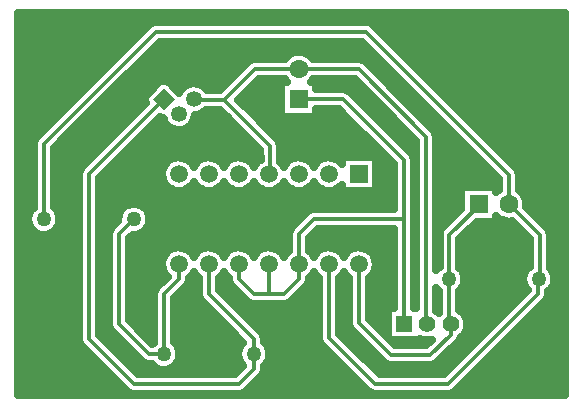
<source format=gtl>
G04 DipTrace 2.4.0.2*
%INTop.gtl*%
%MOIN*%
%ADD13C,0.013*%
%ADD14C,0.025*%
%ADD15R,0.0591X0.0591*%
%ADD16C,0.0591*%
%ADD17C,0.05*%
%ADD18C,0.05*%
%ADD19C,0.063*%
%ADD20R,0.063X0.063*%
%ADD21R,0.0551X0.0551*%
%ADD22C,0.0551*%
%ADD23C,0.0531*%
%FSLAX44Y44*%
G04*
G70*
G90*
G75*
G01*
%LNTop*%
%LPD*%
X13440Y8440D2*
D13*
Y7940D1*
X12940Y7440D1*
X12440D1*
Y8440D1*
Y7440D2*
X11940D1*
X11440Y7940D1*
Y8440D1*
X13440D2*
Y9440D1*
X13940Y9940D1*
X16940D1*
Y6440D1*
Y9940D2*
Y11905D1*
X14905Y13941D1*
X13441D1*
X13440Y13940D1*
X9440Y8440D2*
Y7940D1*
X8940Y7440D1*
Y5440D1*
X11940D2*
Y5940D1*
X10440Y7440D1*
Y8440D1*
X8940Y5440D2*
X8440D1*
X7440Y6440D1*
Y9440D1*
X7940Y9940D1*
X18440Y7940D2*
Y6515D1*
X18515Y6440D1*
X19440Y10440D2*
Y10393D1*
X18459Y9412D1*
Y7959D1*
X18440Y7940D1*
X15440Y8440D2*
Y6486D1*
X16524Y5403D1*
X17826D1*
X18510Y6086D1*
Y6435D1*
X18515Y6440D1*
X11940Y5440D2*
Y4940D1*
X11440Y4440D1*
X7940D1*
X6440Y5940D1*
Y11440D1*
X8940Y13940D1*
X17727Y6440D2*
X17689D1*
Y12691D1*
X15440Y14940D1*
X13440D1*
X11970D1*
X10958Y13928D1*
X9952D1*
X9940Y13940D1*
X10958Y13928D2*
X12489Y12398D1*
Y11489D1*
X12440Y11440D1*
X20440Y10440D2*
Y11428D1*
X15676Y16192D1*
X8681D1*
X4937Y12448D1*
Y9943D1*
X4940Y9940D1*
X20440Y10440D2*
X20454D1*
X21469Y9425D1*
Y7969D1*
X21440Y7940D1*
X14440Y8440D2*
Y5994D1*
X15992Y4441D1*
X18408D1*
X21419Y7452D1*
Y7919D1*
X21440Y7940D1*
X4090Y16566D2*
D14*
X22292D1*
X4090Y16318D2*
X8315D1*
X16041D2*
X22292D1*
X4090Y16069D2*
X8065D1*
X16291D2*
X22292D1*
X4090Y15820D2*
X7819D1*
X8799D2*
X15558D1*
X16541D2*
X22292D1*
X4090Y15572D2*
X7569D1*
X8553D2*
X15804D1*
X16787D2*
X22292D1*
X4090Y15323D2*
X7319D1*
X8303D2*
X12979D1*
X13901D2*
X16054D1*
X17037D2*
X22292D1*
X4090Y15074D2*
X7073D1*
X8053D2*
X11612D1*
X15799D2*
X16304D1*
X17287D2*
X22292D1*
X4090Y14825D2*
X6823D1*
X7807D2*
X11362D1*
X16045D2*
X16550D1*
X17533D2*
X22292D1*
X4090Y14577D2*
X6573D1*
X7557D2*
X11116D1*
X12100D2*
X12964D1*
X13916D2*
X15311D1*
X16295D2*
X16800D1*
X17783D2*
X22292D1*
X4090Y14328D2*
X6327D1*
X7307D2*
X8573D1*
X9307D2*
X9554D1*
X10326D2*
X10866D1*
X11850D2*
X12835D1*
X14045D2*
X15561D1*
X16545D2*
X17050D1*
X18033D2*
X22292D1*
X4090Y14079D2*
X6077D1*
X7061D2*
X8335D1*
X11600D2*
X12835D1*
X15256D2*
X15808D1*
X16791D2*
X17296D1*
X18279D2*
X22292D1*
X4090Y13831D2*
X5827D1*
X6811D2*
X8319D1*
X11545D2*
X12835D1*
X15506D2*
X16058D1*
X17041D2*
X17546D1*
X18529D2*
X22292D1*
X4090Y13582D2*
X5581D1*
X6561D2*
X8089D1*
X10358D2*
X10811D1*
X11795D2*
X12835D1*
X14045D2*
X14772D1*
X15756D2*
X16308D1*
X17291D2*
X17796D1*
X18779D2*
X22292D1*
X4090Y13333D2*
X5331D1*
X6315D2*
X7843D1*
X9986D2*
X11061D1*
X12045D2*
X15022D1*
X16002D2*
X16554D1*
X17537D2*
X18042D1*
X19026D2*
X22292D1*
X4090Y13085D2*
X5081D1*
X6065D2*
X7593D1*
X8576D2*
X9022D1*
X9858D2*
X11311D1*
X12291D2*
X15269D1*
X16252D2*
X16804D1*
X17787D2*
X18292D1*
X19276D2*
X22292D1*
X4090Y12836D2*
X4835D1*
X5815D2*
X7343D1*
X8326D2*
X11558D1*
X12541D2*
X15519D1*
X16502D2*
X17054D1*
X18010D2*
X18542D1*
X19526D2*
X22292D1*
X4090Y12587D2*
X4612D1*
X5569D2*
X7097D1*
X8080D2*
X11808D1*
X12783D2*
X15765D1*
X16748D2*
X17300D1*
X18045D2*
X18788D1*
X19772D2*
X22292D1*
X4090Y12339D2*
X4581D1*
X5319D2*
X6847D1*
X7830D2*
X12058D1*
X12842D2*
X16015D1*
X16998D2*
X17335D1*
X18045D2*
X19038D1*
X20022D2*
X22292D1*
X4090Y12090D2*
X4581D1*
X5291D2*
X6597D1*
X7580D2*
X12132D1*
X12842D2*
X16265D1*
X17236D2*
X17333D1*
X18045D2*
X19288D1*
X20272D2*
X22292D1*
X4090Y11841D2*
X4581D1*
X5291D2*
X6351D1*
X7334D2*
X9022D1*
X9858D2*
X10022D1*
X10858D2*
X11022D1*
X11858D2*
X12022D1*
X12858D2*
X13022D1*
X13858D2*
X14022D1*
X16026D2*
X16511D1*
X18045D2*
X19534D1*
X20518D2*
X22292D1*
X4090Y11593D2*
X4581D1*
X5291D2*
X6124D1*
X7084D2*
X8878D1*
X16026D2*
X16585D1*
X18045D2*
X19784D1*
X20752D2*
X22292D1*
X4090Y11344D2*
X4581D1*
X5291D2*
X6085D1*
X6834D2*
X8862D1*
X16026D2*
X16585D1*
X18045D2*
X20034D1*
X20795D2*
X22292D1*
X4090Y11095D2*
X4581D1*
X5291D2*
X6085D1*
X6795D2*
X8972D1*
X16026D2*
X16585D1*
X18045D2*
X20085D1*
X20795D2*
X22292D1*
X4090Y10846D2*
X4581D1*
X5291D2*
X6085D1*
X6795D2*
X16585D1*
X18045D2*
X18835D1*
X20877D2*
X22292D1*
X4090Y10598D2*
X4581D1*
X5291D2*
X6085D1*
X6795D2*
X16585D1*
X18045D2*
X18835D1*
X21022D2*
X22292D1*
X4090Y10349D2*
X4581D1*
X5291D2*
X6085D1*
X6795D2*
X7601D1*
X8279D2*
X16585D1*
X18045D2*
X18835D1*
X21037D2*
X22292D1*
X4090Y10100D2*
X4425D1*
X5455D2*
X6085D1*
X6795D2*
X7425D1*
X8455D2*
X13608D1*
X18045D2*
X18655D1*
X21287D2*
X22292D1*
X4090Y9852D2*
X4409D1*
X5471D2*
X6085D1*
X6795D2*
X7358D1*
X8471D2*
X13358D1*
X18045D2*
X18405D1*
X19389D2*
X20550D1*
X21533D2*
X22292D1*
X4090Y9603D2*
X4526D1*
X5354D2*
X6085D1*
X6795D2*
X7128D1*
X8354D2*
X13128D1*
X14096D2*
X16585D1*
X18045D2*
X18162D1*
X19143D2*
X20800D1*
X21772D2*
X22292D1*
X4090Y9354D2*
X6085D1*
X6795D2*
X7085D1*
X7846D2*
X13085D1*
X13846D2*
X16585D1*
X18893D2*
X21050D1*
X21822D2*
X22292D1*
X4090Y9106D2*
X6085D1*
X6795D2*
X7085D1*
X7795D2*
X13085D1*
X13795D2*
X16585D1*
X18815D2*
X21116D1*
X21822D2*
X22292D1*
X4090Y8857D2*
X6085D1*
X6795D2*
X7085D1*
X7795D2*
X9042D1*
X9838D2*
X10042D1*
X10838D2*
X11042D1*
X11838D2*
X12042D1*
X12838D2*
X13042D1*
X13838D2*
X14042D1*
X14838D2*
X15042D1*
X15838D2*
X16585D1*
X18815D2*
X21116D1*
X21822D2*
X22292D1*
X4090Y8608D2*
X6085D1*
X6795D2*
X7085D1*
X7795D2*
X8882D1*
X15998D2*
X16585D1*
X18815D2*
X21116D1*
X21822D2*
X22292D1*
X4090Y8360D2*
X6085D1*
X6795D2*
X7085D1*
X7795D2*
X8862D1*
X16018D2*
X16585D1*
X18815D2*
X21116D1*
X21822D2*
X22292D1*
X4090Y8111D2*
X6085D1*
X6795D2*
X7085D1*
X7795D2*
X8960D1*
X15920D2*
X16585D1*
X18951D2*
X20929D1*
X21951D2*
X22292D1*
X4090Y7862D2*
X6085D1*
X6795D2*
X7085D1*
X7795D2*
X8870D1*
X9787D2*
X10085D1*
X10795D2*
X11093D1*
X13787D2*
X14085D1*
X14795D2*
X15085D1*
X15795D2*
X16585D1*
X18975D2*
X20905D1*
X21975D2*
X22292D1*
X4090Y7614D2*
X6085D1*
X6795D2*
X7085D1*
X7795D2*
X8636D1*
X9604D2*
X10085D1*
X10795D2*
X11276D1*
X13604D2*
X14085D1*
X14795D2*
X15085D1*
X15795D2*
X16585D1*
X18861D2*
X21019D1*
X21861D2*
X22292D1*
X4090Y7365D2*
X6085D1*
X6795D2*
X7085D1*
X7795D2*
X8585D1*
X9358D2*
X10093D1*
X11006D2*
X11522D1*
X13358D2*
X14085D1*
X14795D2*
X15085D1*
X15795D2*
X16585D1*
X18795D2*
X20839D1*
X21764D2*
X22292D1*
X4090Y7116D2*
X6085D1*
X6795D2*
X7085D1*
X7795D2*
X8585D1*
X9295D2*
X10272D1*
X11256D2*
X11851D1*
X13029D2*
X14085D1*
X14795D2*
X15085D1*
X15795D2*
X16585D1*
X18795D2*
X20593D1*
X21576D2*
X22292D1*
X4090Y6867D2*
X6085D1*
X6795D2*
X7085D1*
X7795D2*
X8585D1*
X9295D2*
X10522D1*
X11502D2*
X14085D1*
X14795D2*
X15085D1*
X15795D2*
X16374D1*
X18869D2*
X20343D1*
X21326D2*
X22292D1*
X4090Y6619D2*
X6085D1*
X6795D2*
X7085D1*
X7795D2*
X8585D1*
X9295D2*
X10769D1*
X11752D2*
X14085D1*
X14795D2*
X15085D1*
X15799D2*
X16374D1*
X19049D2*
X20093D1*
X21076D2*
X22292D1*
X4090Y6370D2*
X6085D1*
X6795D2*
X7093D1*
X8002D2*
X8585D1*
X9295D2*
X11019D1*
X12002D2*
X14085D1*
X14795D2*
X15104D1*
X16049D2*
X16374D1*
X19076D2*
X19847D1*
X20830D2*
X22292D1*
X4090Y6121D2*
X6085D1*
X6795D2*
X7269D1*
X8248D2*
X8585D1*
X9295D2*
X11269D1*
X12240D2*
X14085D1*
X14803D2*
X15311D1*
X16295D2*
X16375D1*
X18975D2*
X19597D1*
X20580D2*
X22292D1*
X4090Y5873D2*
X6093D1*
X6998D2*
X7515D1*
X8498D2*
X8587D1*
X9295D2*
X11515D1*
X12295D2*
X14108D1*
X15053D2*
X15561D1*
X16545D2*
X17804D1*
X18787D2*
X19347D1*
X20330D2*
X22292D1*
X4090Y5624D2*
X6265D1*
X7248D2*
X7765D1*
X9447D2*
X11433D1*
X12447D2*
X14319D1*
X15303D2*
X15811D1*
X18541D2*
X19101D1*
X20084D2*
X22292D1*
X4090Y5375D2*
X6515D1*
X7494D2*
X8015D1*
X9475D2*
X11405D1*
X12475D2*
X14565D1*
X15549D2*
X16058D1*
X18291D2*
X18851D1*
X19834D2*
X22292D1*
X4090Y5127D2*
X6761D1*
X7744D2*
X8311D1*
X9373D2*
X11507D1*
X12373D2*
X14815D1*
X15799D2*
X16319D1*
X18033D2*
X18601D1*
X19584D2*
X22292D1*
X4090Y4878D2*
X7011D1*
X7994D2*
X11386D1*
X12287D2*
X15065D1*
X16049D2*
X18354D1*
X19338D2*
X22292D1*
X4090Y4629D2*
X7261D1*
X12119D2*
X15311D1*
X19088D2*
X22292D1*
X4090Y4381D2*
X7507D1*
X11873D2*
X15561D1*
X18838D2*
X22292D1*
X4090Y4132D2*
X7796D1*
X11584D2*
X15854D1*
X18549D2*
X22292D1*
X15005Y12000D2*
X16000D1*
Y10880D1*
X14880D1*
X14879Y11092D1*
X14792Y11004D1*
X14686Y10937D1*
X14569Y10895D1*
X14445Y10880D1*
X14321Y10893D1*
X14203Y10932D1*
X14096Y10997D1*
X14007Y11084D1*
X13941Y11186D1*
X13879Y11092D1*
X13792Y11004D1*
X13686Y10937D1*
X13569Y10895D1*
X13445Y10880D1*
X13321Y10893D1*
X13203Y10932D1*
X13096Y10997D1*
X13007Y11084D1*
X12941Y11186D1*
X12879Y11092D1*
X12792Y11004D1*
X12686Y10937D1*
X12569Y10895D1*
X12445Y10880D1*
X12321Y10893D1*
X12203Y10932D1*
X12096Y10997D1*
X12007Y11084D1*
X11941Y11186D1*
X11879Y11092D1*
X11792Y11004D1*
X11686Y10937D1*
X11569Y10895D1*
X11445Y10880D1*
X11321Y10893D1*
X11203Y10932D1*
X11096Y10997D1*
X11007Y11084D1*
X10941Y11186D1*
X10879Y11092D1*
X10792Y11004D1*
X10686Y10937D1*
X10569Y10895D1*
X10445Y10880D1*
X10321Y10893D1*
X10203Y10932D1*
X10096Y10997D1*
X10007Y11084D1*
X9941Y11186D1*
X9879Y11092D1*
X9792Y11004D1*
X9686Y10937D1*
X9569Y10895D1*
X9445Y10880D1*
X9321Y10893D1*
X9203Y10932D1*
X9096Y10997D1*
X9007Y11084D1*
X8939Y11189D1*
X8896Y11306D1*
X8880Y11430D1*
X8891Y11554D1*
X8930Y11673D1*
X8994Y11780D1*
X9081Y11870D1*
X9185Y11939D1*
X9301Y11983D1*
X9425Y12000D1*
X9549Y11990D1*
X9668Y11952D1*
X9776Y11889D1*
X9867Y11803D1*
X9941Y11689D1*
X9994Y11780D1*
X10081Y11870D1*
X10185Y11939D1*
X10301Y11983D1*
X10425Y12000D1*
X10549Y11990D1*
X10668Y11952D1*
X10776Y11889D1*
X10867Y11803D1*
X10941Y11689D1*
X10994Y11780D1*
X11081Y11870D1*
X11185Y11939D1*
X11301Y11983D1*
X11425Y12000D1*
X11549Y11990D1*
X11668Y11952D1*
X11776Y11889D1*
X11867Y11803D1*
X11941Y11689D1*
X11994Y11780D1*
X12081Y11870D1*
X12162Y11924D1*
X12159Y12258D1*
X10822Y13598D1*
X10344Y13595D1*
X10252Y13511D1*
X10143Y13450D1*
X10023Y13416D1*
X9973Y13414D1*
X9956Y13316D1*
X9913Y13199D1*
X9844Y13095D1*
X9752Y13011D1*
X9643Y12950D1*
X9523Y12916D1*
X9399Y12911D1*
X9276Y12935D1*
X9163Y12987D1*
X9065Y13064D1*
X8988Y13162D1*
X8935Y13275D1*
X8927Y13317D1*
X8817Y13351D1*
X6767Y11301D1*
X6770Y9190D1*
Y6077D1*
X8079Y4767D1*
X9940Y4770D1*
X11303D1*
X11591Y5057D1*
X11481Y5206D1*
X11438Y5323D1*
X11425Y5447D1*
X11442Y5571D1*
X11488Y5687D1*
X11560Y5788D1*
X11593Y5816D1*
X10911Y6502D1*
X10207Y7207D1*
X10137Y7310D1*
X10110Y7440D1*
Y7991D1*
X10007Y8084D1*
X9941Y8186D1*
X9879Y8092D1*
X9769Y7989D1*
X9770Y7940D1*
X9747Y7818D1*
X9673Y7707D1*
X9267Y7301D1*
X9270Y5835D1*
X9334Y5772D1*
X9402Y5668D1*
X9443Y5550D1*
X9455Y5440D1*
X9440Y5316D1*
X9396Y5200D1*
X9324Y5097D1*
X9231Y5015D1*
X9120Y4958D1*
X8999Y4928D1*
X8874Y4929D1*
X8753Y4960D1*
X8643Y5019D1*
X8544Y5112D1*
X8440Y5110D1*
X8318Y5133D1*
X8207Y5207D1*
X7207Y6207D1*
X7137Y6310D1*
X7110Y6440D1*
Y9440D1*
X7133Y9562D1*
X7207Y9673D1*
X7425Y9892D1*
X7442Y10071D1*
X7488Y10187D1*
X7560Y10288D1*
X7655Y10369D1*
X7767Y10425D1*
X7888Y10452D1*
X8013Y10450D1*
X8133Y10417D1*
X8242Y10357D1*
X8334Y10272D1*
X8402Y10168D1*
X8443Y10050D1*
X8455Y9940D1*
X8440Y9816D1*
X8396Y9700D1*
X8324Y9597D1*
X8231Y9515D1*
X8120Y9458D1*
X7999Y9428D1*
X7894Y9429D1*
X7767Y9301D1*
X7770Y7565D1*
Y6577D1*
X8560Y5788D1*
X8611Y5831D1*
X8610Y7440D1*
X8633Y7562D1*
X8707Y7673D1*
X9063Y8030D1*
X9007Y8084D1*
X8939Y8189D1*
X8896Y8306D1*
X8880Y8430D1*
X8891Y8554D1*
X8930Y8673D1*
X8994Y8780D1*
X9081Y8870D1*
X9185Y8939D1*
X9301Y8983D1*
X9425Y9000D1*
X9549Y8990D1*
X9668Y8952D1*
X9776Y8889D1*
X9867Y8803D1*
X9941Y8689D1*
X9994Y8780D1*
X10081Y8870D1*
X10185Y8939D1*
X10301Y8983D1*
X10425Y9000D1*
X10549Y8990D1*
X10668Y8952D1*
X10776Y8889D1*
X10867Y8803D1*
X10941Y8689D1*
X10994Y8780D1*
X11081Y8870D1*
X11185Y8939D1*
X11301Y8983D1*
X11425Y9000D1*
X11549Y8990D1*
X11668Y8952D1*
X11776Y8889D1*
X11867Y8803D1*
X11941Y8689D1*
X11994Y8780D1*
X12081Y8870D1*
X12185Y8939D1*
X12301Y8983D1*
X12425Y9000D1*
X12549Y8990D1*
X12668Y8952D1*
X12776Y8889D1*
X12867Y8803D1*
X12941Y8689D1*
X12994Y8780D1*
X13110Y8889D1*
Y9440D1*
X13133Y9562D1*
X13207Y9673D1*
X13707Y10173D1*
X13810Y10243D1*
X13940Y10270D1*
X16608D1*
X16610Y11772D1*
X15027Y13351D1*
X14770Y13608D1*
X14018Y13611D1*
X14020Y13360D1*
X12860D1*
Y14520D1*
X13044D1*
X12964Y14613D1*
X12190Y14610D1*
X12108D1*
X11427Y13931D1*
X11810Y13543D1*
X12722Y12631D1*
X12792Y12528D1*
X12819Y12398D1*
Y11855D1*
X12867Y11803D1*
X12941Y11689D1*
X12994Y11780D1*
X13081Y11870D1*
X13185Y11939D1*
X13301Y11983D1*
X13425Y12000D1*
X13549Y11990D1*
X13668Y11952D1*
X13776Y11889D1*
X13867Y11803D1*
X13941Y11689D1*
X13994Y11780D1*
X14081Y11870D1*
X14185Y11939D1*
X14301Y11983D1*
X14425Y12000D1*
X14549Y11990D1*
X14668Y11952D1*
X14776Y11889D1*
X14882Y11781D1*
X14880Y12000D1*
X15005D1*
X10939Y8188D2*
X10879Y8092D1*
X10769Y7989D1*
X10770Y7577D1*
X12173Y6173D1*
X12243Y6070D1*
X12270Y5940D1*
Y5835D1*
X12334Y5772D1*
X12402Y5668D1*
X12443Y5550D1*
X12455Y5440D1*
X12440Y5316D1*
X12396Y5200D1*
X12324Y5097D1*
X12269Y5048D1*
X12270Y4940D1*
X12247Y4818D1*
X12173Y4707D1*
X11673Y4207D1*
X11570Y4137D1*
X11440Y4110D1*
X7940D1*
X7818Y4133D1*
X7707Y4207D1*
X6207Y5707D1*
X6137Y5810D1*
X6110Y5940D1*
Y11440D1*
X6133Y11562D1*
X6207Y11673D1*
X8349Y13820D1*
X8321Y13941D1*
X8350Y14061D1*
X8398Y14127D1*
X8753Y14482D1*
X8858Y14546D1*
X8982Y14556D1*
X9099Y14506D1*
X9456Y14153D1*
X9510Y14251D1*
X9595Y14343D1*
X9698Y14412D1*
X9815Y14456D1*
X9939Y14471D1*
X10063Y14456D1*
X10180Y14413D1*
X10284Y14344D1*
X10366Y14256D1*
X10823Y14258D1*
X11737Y15173D1*
X11839Y15243D1*
X11970Y15270D1*
X12966D1*
X13011Y15330D1*
X13104Y15413D1*
X13213Y15474D1*
X13333Y15510D1*
X13457Y15520D1*
X13581Y15503D1*
X13698Y15460D1*
X13803Y15392D1*
X13891Y15304D1*
X13914Y15268D1*
X15440Y15270D1*
X15562Y15247D1*
X15673Y15173D1*
X17922Y12925D1*
X17992Y12822D1*
X18019Y12691D1*
Y8234D1*
X18060Y8288D1*
X18128Y8346D1*
X18129Y9412D1*
X18152Y9534D1*
X18226Y9646D1*
X18858Y10278D1*
X18860Y11020D1*
X20020D1*
Y10836D1*
X20108Y10915D1*
X20110Y11295D1*
X18881Y12521D1*
X15541Y15860D1*
X11426Y15862D1*
X8821D1*
X5821Y12865D1*
X5266Y12310D1*
X5267Y10335D1*
X5334Y10272D1*
X5402Y10168D1*
X5443Y10050D1*
X5455Y9940D1*
X5440Y9816D1*
X5396Y9700D1*
X5324Y9597D1*
X5231Y9515D1*
X5120Y9458D1*
X4999Y9428D1*
X4874Y9429D1*
X4753Y9460D1*
X4643Y9519D1*
X4551Y9603D1*
X4481Y9706D1*
X4438Y9823D1*
X4425Y9947D1*
X4442Y10071D1*
X4488Y10187D1*
X4560Y10288D1*
X4605Y10326D1*
X4607Y12448D1*
X4631Y12570D1*
X4704Y12681D1*
X8448Y16426D1*
X8551Y16495D1*
X8681Y16522D1*
X15676D1*
X15798Y16499D1*
X15909Y16426D1*
X20673Y11662D1*
X20743Y11559D1*
X20770Y11428D1*
Y10917D1*
X20891Y10804D1*
X20959Y10699D1*
X21002Y10583D1*
X21020Y10440D1*
X21010Y10351D1*
X21703Y9658D1*
X21772Y9556D1*
X21799Y9425D1*
Y8312D1*
X21902Y8168D1*
X21943Y8050D1*
X21955Y7940D1*
X21940Y7816D1*
X21896Y7700D1*
X21824Y7597D1*
X21751Y7533D1*
X21749Y7452D1*
X21725Y7330D1*
X21652Y7218D1*
X18642Y4208D1*
X18539Y4138D1*
X18408Y4111D1*
X15992D1*
X15870Y4135D1*
X15759Y4208D1*
X14207Y5760D1*
X14137Y5863D1*
X14110Y5994D1*
Y7990D1*
X14007Y8084D1*
X13941Y8186D1*
X13879Y8092D1*
X13769Y7989D1*
X13770Y7940D1*
X13747Y7818D1*
X13673Y7707D1*
X13173Y7207D1*
X13070Y7137D1*
X12940Y7110D1*
X11940D1*
X11818Y7133D1*
X11707Y7207D1*
X11207Y7707D1*
X11137Y7810D1*
X11110Y7940D1*
Y7991D1*
X11007Y8084D1*
X10941Y8186D1*
X13772Y8891D2*
X13867Y8803D1*
X13941Y8689D1*
X13994Y8780D1*
X14081Y8870D1*
X14185Y8939D1*
X14301Y8983D1*
X14425Y9000D1*
X14549Y8990D1*
X14668Y8952D1*
X14776Y8889D1*
X14867Y8803D1*
X14941Y8689D1*
X14994Y8780D1*
X15081Y8870D1*
X15185Y8939D1*
X15301Y8983D1*
X15425Y9000D1*
X15549Y8990D1*
X15668Y8952D1*
X15776Y8889D1*
X15867Y8803D1*
X15936Y8700D1*
X15982Y8584D1*
X16000Y8440D1*
X15986Y8316D1*
X15945Y8198D1*
X15879Y8092D1*
X15769Y7989D1*
X15770Y6624D1*
X16400Y5993D1*
X16399Y6981D1*
X16606D1*
X16610Y7690D1*
Y9608D1*
X14440Y9610D1*
X14077D1*
X13767Y9301D1*
X13770Y8889D1*
X14939Y8188D2*
X14879Y8092D1*
X14769Y7989D1*
X14770Y6131D1*
X16129Y4771D1*
X18270D1*
X21078Y7578D1*
X21051Y7603D1*
X20981Y7706D1*
X20938Y7823D1*
X20925Y7947D1*
X20942Y8071D1*
X20988Y8187D1*
X21060Y8288D1*
X21140Y8356D1*
X21139Y9286D1*
X20554Y9874D1*
X20476Y9861D1*
X20351Y9867D1*
X20231Y9899D1*
X20120Y9956D1*
X20022Y10039D1*
X20020Y9860D1*
X19375D1*
X18787Y9274D1*
X18789Y8315D1*
X18834Y8272D1*
X18902Y8168D1*
X18943Y8050D1*
X18955Y7940D1*
X18940Y7816D1*
X18896Y7700D1*
X18824Y7597D1*
X18769Y7548D1*
X18770Y6913D1*
X18823Y6884D1*
X18916Y6802D1*
X18989Y6700D1*
X19036Y6585D1*
X19055Y6440D1*
X19041Y6316D1*
X18999Y6199D1*
X18930Y6094D1*
X18830Y6002D1*
X18767Y5880D1*
X18060Y5169D1*
X17957Y5100D1*
X17826Y5073D1*
X16524D1*
X16402Y5096D1*
X16290Y5169D1*
X15207Y6253D1*
X15137Y6356D1*
X15110Y6486D1*
Y7990D1*
X15007Y8084D1*
X14941Y8186D1*
X13913Y14607D2*
X13836Y14520D1*
X14020D1*
Y14274D1*
X14691Y14271D1*
X14905D1*
X15027Y14247D1*
X15138Y14174D1*
X17173Y12139D1*
X17243Y12036D1*
X17270Y11905D1*
X17274Y6981D1*
X17356D1*
X17359Y9190D1*
Y12553D1*
X15304Y14610D1*
X13920D1*
X18112Y7548D2*
X18051Y7603D1*
X18018Y7651D1*
X18019Y6898D1*
X18108Y6820D1*
X18110Y7542D1*
X17481Y5958D2*
Y5899D1*
X16492D1*
X16659Y5734D1*
X17692Y5733D1*
X17878Y5920D1*
X17702Y5900D1*
X17579Y5920D1*
X17481Y5961D1*
X22190Y16815D2*
X4065D1*
Y4065D1*
X22315D1*
Y16815D1*
X22190D1*
D15*
X15440Y11440D3*
D16*
X14440D3*
X13440D3*
X12440D3*
X11440D3*
X10440D3*
X9440D3*
Y8440D3*
X10440D3*
X11440D3*
X12440D3*
X13440D3*
X14440D3*
X15440D3*
D17*
X11940Y5440D3*
D18*
X8940D3*
D19*
X13440Y14940D3*
D20*
Y13940D3*
D17*
X21440Y7940D3*
D18*
X18440D3*
D17*
X4940Y9940D3*
D18*
X7940D3*
D19*
X20440Y10440D3*
D20*
X19440D3*
D21*
X16940Y6440D3*
D22*
X17727D3*
X18515D3*
D23*
X9940Y13940D3*
X9440Y13440D3*
G36*
X8940Y14294D2*
X9294Y13940D1*
X8940Y13586D1*
X8586Y13940D1*
X8940Y14294D1*
G37*
M02*

</source>
